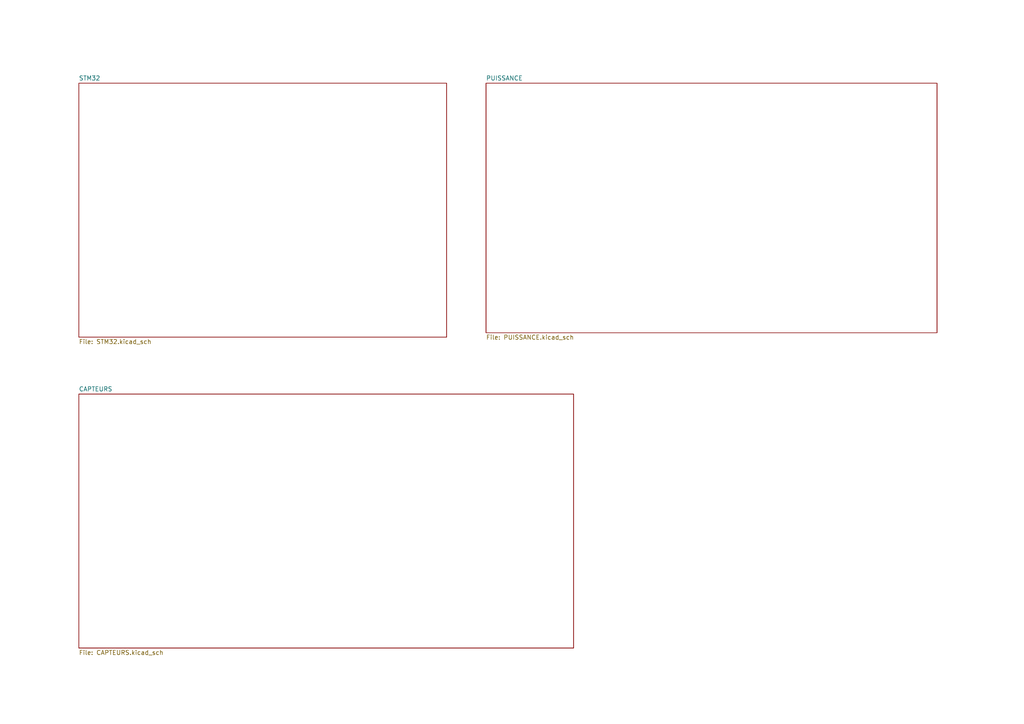
<source format=kicad_sch>
(kicad_sch (version 20230121) (generator eeschema)
  (paper "A4")
  (lib_symbols)
  (sheet (at 22.86 114.3) (size 143.51 73.66) (stroke (width 0.1524))
    (property "Sheetname" "CAPTEURS" (at 22.86 113.5884 0) (effects (justify left bottom)))
    (property "Sheetfile" "CAPTEURS.kicad_sch" (at 22.86 188.5446 0) (effects (justify left top)))
  )
  (sheet (at 22.86 24.13) (size 106.68 73.66) (stroke (width 0.1524))
    (property "Sheetname" "STM32" (at 22.86 23.4184 0) (effects (justify left bottom)))
    (property "Sheetfile" "STM32.kicad_sch" (at 22.86 98.3746 0) (effects (justify left top)))
  )
  (sheet (at 140.97 24.13) (size 130.81 72.39) (stroke (width 0.1524))
    (property "Sheetname" "PUISSANCE" (at 140.97 23.4184 0) (effects (justify left bottom)))
    (property "Sheetfile" "PUISSANCE.kicad_sch" (at 140.97 97.1046 0) (effects (justify left top)))
  )
)
</source>
